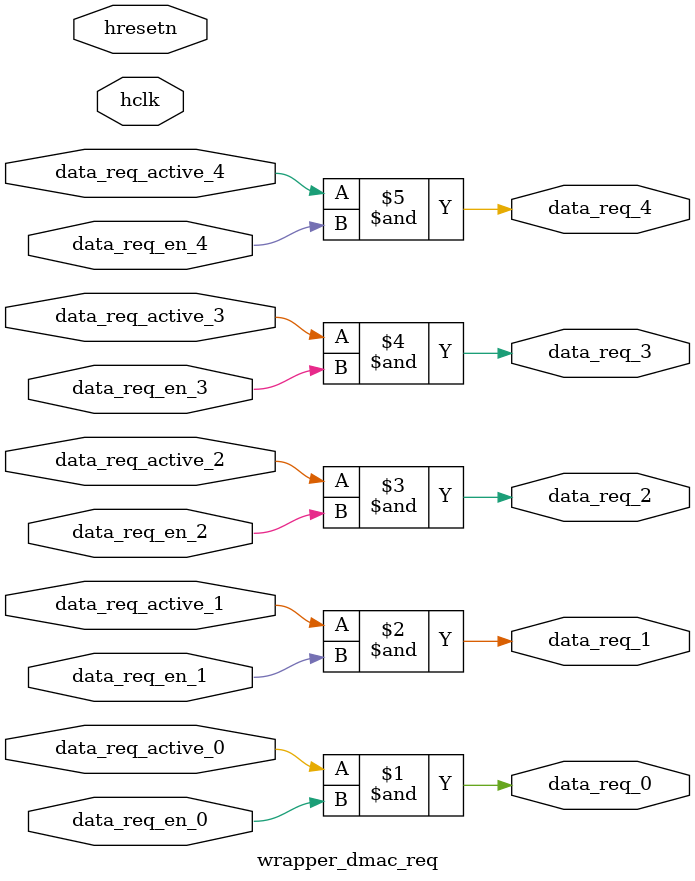
<source format=sv>
module wrapper_dmac_req #(
  parameter   ADDRWIDTH=11,
  parameter   DATAWIDTH=32
)(
  input  logic                  hclk,       // clock
  input  logic                  hresetn,    // reset
  
  // Request Channel 0
  input  logic                 data_req_active_0,
  input  logic                 data_req_en_0,
  output logic                 data_req_0,

  // Request Channel 1
  input  logic                 data_req_active_1,
  input  logic                 data_req_en_1,
  output logic                 data_req_1,

  // Request Channel 2
  input  logic                 data_req_active_2,
  input  logic                 data_req_en_2,
  output logic                 data_req_2,

  // Request Channel 3
  input  logic                 data_req_active_3,
  input  logic                 data_req_en_3,
  output logic                 data_req_3,

  // Request Channel 4
  input  logic                 data_req_active_4,
  input  logic                 data_req_en_4,
  output logic                 data_req_4
);

  assign data_req_0 = data_req_active_0 & data_req_en_0;
  assign data_req_1 = data_req_active_1 & data_req_en_1;
  assign data_req_2 = data_req_active_2 & data_req_en_2;
  assign data_req_3 = data_req_active_3 & data_req_en_3;
  assign data_req_4 = data_req_active_4 & data_req_en_4;

endmodule
</source>
